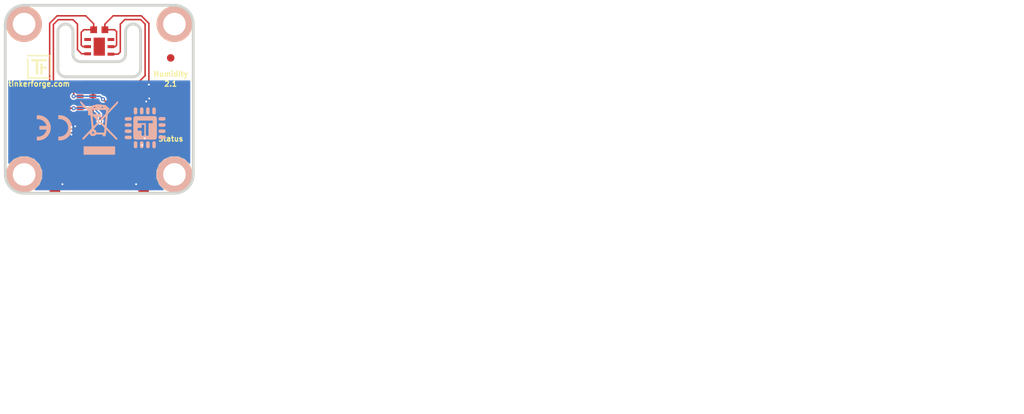
<source format=kicad_pcb>
(kicad_pcb (version 20171130) (host pcbnew 5.0.2-bee76a0~70~ubuntu18.10.1)
  (title_block (title "Humidity Bricklet") (date 2017-05-08) (rev 2.0) (company "Tinkerforge GmbH") (comment 1 "Licensed under CERN OHL v.1.1") (comment 2 "Copyright (©) 2017, B.Nordmeyer <bastian@tinkerforge.com>"))
  (layers (0 F.Cu signal) (31 B.Cu signal) (34 B.Paste user) (35 F.Paste user) (36 B.SilkS user) (37 F.SilkS user) (38 B.Mask user) (39 F.Mask user) (44 Edge.Cuts user))
  (net 0 "")
  (net 1 GND)
  (net 2 VCC)
  (net 3 "Net-(D101-Pad2)")
  (net 4 "Net-(P101-Pad4)")
  (net 5 "Net-(P101-Pad5)")
  (net 6 "Net-(P101-Pad6)")
  (net 7 "Net-(C102-Pad2)")
  (net 8 "Net-(R101-Pad1)")
  (net 9 SDA)
  (net 10 SCL)
  (net 11 S-MISO)
  (net 12 S-CS)
  (net 13 S-CLK)
  (net 14 S-MOSI)
  (net 15 "Net-(P102-Pad1)")
  (net 16 "Net-(P103-Pad2)")
  (net 17 +5V)
  (net 18 "Net-(RP102-Pad6)")
  (net 19 "Net-(RP102-Pad8)")
  (net 20 "Net-(U101-Pad2)")
  (net 21 "Net-(U101-Pad3)")
  (net 22 "Net-(U101-Pad5)")
  (net 23 "Net-(U101-Pad6)")
  (net 24 "Net-(U101-Pad8)")
  (net 25 "Net-(U101-Pad11)")
  (net 26 "Net-(U101-Pad12)")
  (net 27 "Net-(U101-Pad13)")
  (net 28 "Net-(U101-Pad14)")
  (net 29 "Net-(U101-Pad16)")
  (net 30 "Net-(U101-Pad18)")
  (net 31 "Net-(U101-Pad20)")
  (net 32 "Net-(U101-Pad21)")
  (net 33 "Net-(U102-Pad3)")
  (net 34 "Net-(U102-Pad4)")
  (module kicad-libraries:D0603F (layer F.Cu) (at 162.1 120 180)
    (fp_text reference D101)
    (fp_text value blue)
    (pad 1 smd rect (at -0.75 0 180) (size 0.9 0.9) (layers F.Cu F.Paste F.Mask) (net 2 VCC))
    (pad 2 smd rect (at 0.75 0 180) (size 0.9 0.9) (layers F.Cu F.Paste F.Mask) (net 3 "Net-(D101-Pad2)"))
  )
  (module kicad-libraries:Logo_31x31 (layer F.Cu) (at 143 110.1)
    (fp_text reference G*** hide)
    (fp_text value Logo_31x31 hide)
  )
  (module kicad-libraries:Logo_CoMCU (layer B.Cu) (at 158.7 119.8 180)
    (fp_text reference G*** hide)
    (fp_text value LOGO hide)
  )
  (module kicad-libraries:WEEE_7mm (layer B.Cu) (at 152.6 119.8 180)
    (fp_text reference G*** hide)
    (fp_text value LOGO hide)
  )
  (module kicad-libraries:CE_5mm (layer B.Cu) (at 146.6 119.8 180)
    (fp_text reference VAL hide)
    (fp_text value CE_5mm hide)
  )
  (module kicad-libraries:Fiducial_Mark (layer F.Cu) (at 143.1 120.5 270)
    (fp_text reference Fiducial_Mark hide)
    (fp_text value VAL** hide)
    (pad 1 smd circle (at 0 0 270) (size 1.00076 1.00076) (layers F.Cu F.Paste F.Mask) (clearance 0.65024))
  )
  (module kicad-libraries:Fiducial_Mark (layer F.Cu) (at 162.1 110.5 270)
    (fp_text reference Fiducial_Mark hide)
    (fp_text value VAL** hide)
    (pad 1 smd circle (at 0 0 270) (size 1.00076 1.00076) (layers F.Cu F.Paste F.Mask) (clearance 0.65024))
  )
  (module kicad-libraries:DEBUG_PAD (layer F.Cu) (at 153.5 114.9 180)
    (fp_text reference P102)
    (fp_text value DEBUG)
    (pad 1 smd circle (at 0 0 180) (size 0.7 0.7) (layers F.Cu F.Paste F.Mask) (net 15 "Net-(P102-Pad1)"))
  )
  (module kicad-libraries:SolderJumper (layer F.Cu) (at 158.65 120.15 90)
    (fp_text reference P103)
    (fp_text value BOOT)
    (pad 2 smd rect (at 0.55 0 90) (size 0.3 1.4) (layers F.Cu F.Mask) (net 16 "Net-(P103-Pad2)"))
    (pad 2 smd rect (at 0.15 0 90) (size 0.6 0.5) (layers F.Cu F.Mask) (net 16 "Net-(P103-Pad2)"))
    (pad 1 smd rect (at -0.5 0 90) (size 0.4 1.4) (layers F.Cu F.Mask) (net 1 GND))
    (pad 1 smd rect (at -0.225 0.55 90) (size 0.95 0.3) (layers F.Cu F.Mask) (net 1 GND))
    (pad 1 smd rect (at -0.225 -0.55 90) (size 0.95 0.3) (layers F.Cu F.Mask) (net 1 GND))
  )
  (module kicad-libraries:QFN24-4x4mm-0.5mm (layer F.Cu) (at 155.7 117.5 135)
    (fp_text reference U101)
    (fp_text value XMC1100-16)
    (pad 1 smd oval (at -2.025 -1.25 135) (size 1 0.3) (layers F.Cu F.Paste F.Mask) (net 11 S-MISO))
    (pad 2 smd oval (at -2.025 -0.75 135) (size 1 0.3) (layers F.Cu F.Paste F.Mask) (net 20 "Net-(U101-Pad2)"))
    (pad 3 smd oval (at -2.025 -0.25 135) (size 1 0.3) (layers F.Cu F.Paste F.Mask) (net 21 "Net-(U101-Pad3)"))
    (pad 4 smd oval (at -2.025 0.25 135) (size 1 0.3) (layers F.Cu F.Paste F.Mask) (net 16 "Net-(P103-Pad2)"))
    (pad 5 smd oval (at -2.025 0.75 135) (size 1 0.3) (layers F.Cu F.Paste F.Mask) (net 22 "Net-(U101-Pad5)"))
    (pad 6 smd oval (at -2.025 1.25 135) (size 1 0.3) (layers F.Cu F.Paste F.Mask) (net 23 "Net-(U101-Pad6)"))
    (pad 7 smd oval (at -1.25 2.025 225) (size 1 0.3) (layers F.Cu F.Paste F.Mask) (net 8 "Net-(R101-Pad1)"))
    (pad 8 smd oval (at -0.75 2.025 225) (size 1 0.3) (layers F.Cu F.Paste F.Mask) (net 24 "Net-(U101-Pad8)"))
    (pad 9 smd oval (at -0.25 2.025 225) (size 1 0.3) (layers F.Cu F.Paste F.Mask) (net 1 GND))
    (pad 10 smd oval (at 0.25 2.025 225) (size 1 0.3) (layers F.Cu F.Paste F.Mask) (net 2 VCC))
    (pad 11 smd oval (at 0.75 2.025 225) (size 1 0.3) (layers F.Cu F.Paste F.Mask) (net 25 "Net-(U101-Pad11)"))
    (pad 12 smd oval (at 1.25 2.025 225) (size 1 0.3) (layers F.Cu F.Paste F.Mask) (net 26 "Net-(U101-Pad12)"))
    (pad 13 smd oval (at 2.025 1.25 135) (size 1 0.3) (layers F.Cu F.Paste F.Mask) (net 27 "Net-(U101-Pad13)"))
    (pad 14 smd oval (at 2.025 0.75 135) (size 1 0.3) (layers F.Cu F.Paste F.Mask) (net 28 "Net-(U101-Pad14)"))
    (pad 15 smd oval (at 2.025 0.25 135) (size 1 0.3) (layers F.Cu F.Paste F.Mask) (net 15 "Net-(P102-Pad1)"))
    (pad 16 smd oval (at 2.025 -0.25 135) (size 1 0.3) (layers F.Cu F.Paste F.Mask) (net 29 "Net-(U101-Pad16)"))
    (pad 17 smd oval (at 2.025 -0.75 135) (size 1 0.3) (layers F.Cu F.Paste F.Mask) (net 9 SDA))
    (pad 18 smd oval (at 2.025 -1.25 135) (size 1 0.3) (layers F.Cu F.Paste F.Mask) (net 30 "Net-(U101-Pad18)"))
    (pad 19 smd oval (at 1.25 -2.025 225) (size 1 0.3) (layers F.Cu F.Paste F.Mask) (net 10 SCL))
    (pad 20 smd oval (at 0.75 -2.025 225) (size 1 0.3) (layers F.Cu F.Paste F.Mask) (net 31 "Net-(U101-Pad20)"))
    (pad 21 smd oval (at 0.25 -2.025 225) (size 1 0.3) (layers F.Cu F.Paste F.Mask) (net 32 "Net-(U101-Pad21)"))
    (pad 22 smd oval (at -0.25 -2.025 225) (size 1 0.3) (layers F.Cu F.Paste F.Mask) (net 12 S-CS))
    (pad 23 smd oval (at -0.75 -2.025 225) (size 1 0.3) (layers F.Cu F.Paste F.Mask) (net 13 S-CLK))
    (pad 24 smd oval (at -1.25 -2.025 225) (size 1 0.3) (layers F.Cu F.Paste F.Mask) (net 14 S-MOSI))
    (pad EXP smd rect (at 0.65 0.65 135) (size 1.3 1.3) (layers F.Cu F.Paste F.Mask) (net 1 GND))
    (pad EXP smd rect (at 0.65 -0.65 135) (size 1.3 1.3) (layers F.Cu F.Paste F.Mask) (net 1 GND))
    (pad EXP smd rect (at -0.65 0.65 135) (size 1.3 1.3) (layers F.Cu F.Paste F.Mask) (net 1 GND))
    (pad EXP smd rect (at -0.65 -0.65 135) (size 1.3 1.3) (layers F.Cu F.Paste F.Mask) (net 1 GND))
  )
  (module kicad-libraries:DFN6-30x30_humidity (layer F.Cu) (at 152.6 109 270)
    (fp_text reference U102)
    (fp_text value HDC1080)
    (pad 1 smd rect (at 1 -1.55 270) (size 0.4 0.9) (layers F.Cu F.Paste F.Mask) (net 9 SDA))
    (pad 2 smd rect (at 0 -1.55 270) (size 0.4 0.9) (layers F.Cu F.Paste F.Mask) (net 1 GND))
    (pad 3 smd rect (at -0.95 -1.55 270) (size 0.4 0.9) (layers F.Cu F.Paste F.Mask) (net 33 "Net-(U102-Pad3)"))
    (pad 4 smd rect (at -0.95 1.55 270) (size 0.4 0.9) (layers F.Cu F.Paste F.Mask) (net 34 "Net-(U102-Pad4)"))
    (pad 5 smd rect (at 0 1.55 270) (size 0.4 0.9) (layers F.Cu F.Paste F.Mask) (net 2 VCC))
    (pad 6 smd rect (at 0.95 1.55 270) (size 0.4 0.9) (layers F.Cu F.Paste F.Mask) (net 10 SCL))
    (pad EXP smd rect (at 0 0 270) (size 2.4 1.5) (layers F.Cu F.Paste F.Mask))
  )
  (module kicad-libraries:C0805 (layer F.Cu) (at 150.2 121.9)
    (fp_text reference C101)
    (fp_text value 10uF)
    (pad 1 smd rect (at -1.00076 0) (size 1.00076 1.24968) (layers F.Cu F.Paste F.Mask) (net 1 GND) (clearance 0.14986))
    (pad 2 smd rect (at 1.00076 0) (size 1.00076 1.24968) (layers F.Cu F.Paste F.Mask) (net 2 VCC) (clearance 0.14986))
  )
  (module kicad-libraries:C0402F (layer F.Cu) (at 157 122.1 180)
    (fp_text reference C102)
    (fp_text value 220pF)
    (pad 2 smd rect (at 0.5 0 180) (size 0.6 0.7) (layers F.Cu F.Paste F.Mask) (net 7 "Net-(C102-Pad2)"))
    (pad 1 smd rect (at -0.5 0 180) (size 0.6 0.7) (layers F.Cu F.Paste F.Mask) (net 1 GND))
  )
  (module kicad-libraries:C0603F (layer F.Cu) (at 150.4 120.4)
    (fp_text reference C103)
    (fp_text value 1uF)
    (pad 1 smd rect (at -0.75 0) (size 0.9 0.9) (layers F.Cu F.Paste F.Mask) (net 1 GND))
    (pad 2 smd rect (at 0.75 0) (size 0.9 0.9) (layers F.Cu F.Paste F.Mask) (net 2 VCC))
  )
  (module kicad-libraries:C0603F (layer F.Cu) (at 158.1 115.1 315)
    (fp_text reference C104)
    (fp_text value 100nF)
    (pad 1 smd rect (at -0.75 0 315) (size 0.9 0.9) (layers F.Cu F.Paste F.Mask) (net 2 VCC))
    (pad 2 smd rect (at 0.75 0 315) (size 0.9 0.9) (layers F.Cu F.Paste F.Mask) (net 1 GND))
  )
  (module kicad-libraries:C0603F (layer F.Cu) (at 152.6 106.75)
    (fp_text reference C105)
    (fp_text value 100nF)
    (pad 1 smd rect (at -0.75 0) (size 0.9 0.9) (layers F.Cu F.Paste F.Mask) (net 2 VCC))
    (pad 2 smd rect (at 0.75 0) (size 0.9 0.9) (layers F.Cu F.Paste F.Mask) (net 1 GND))
  )
  (module kicad-libraries:CON-SENSOR2 (layer F.Cu) (at 152.6 128.5)
    (fp_text reference P101)
    (fp_text value CON-SENSOR2)
    (pad 1 smd rect (at -3.75 -4.6) (size 0.6 1.8) (layers F.Cu F.Paste F.Mask) (net 17 +5V))
    (pad 2 smd rect (at -2.5 -4.6) (size 0.6 1.8) (layers F.Cu F.Paste F.Mask) (net 1 GND))
    (pad EP smd rect (at -5.9 -1.2) (size 1.4 2.4) (layers F.Cu F.Paste F.Mask) (net 1 GND))
    (pad EP smd rect (at 5.9 -1.2) (size 1.4 2.4) (layers F.Cu F.Paste F.Mask) (net 1 GND))
    (pad 3 smd rect (at -1.25 -4.6) (size 0.6 1.8) (layers F.Cu F.Paste F.Mask) (net 2 VCC))
    (pad 4 smd rect (at 0 -4.6) (size 0.6 1.8) (layers F.Cu F.Paste F.Mask) (net 4 "Net-(P101-Pad4)"))
    (pad 5 smd rect (at 1.25 -4.6) (size 0.6 1.8) (layers F.Cu F.Paste F.Mask) (net 5 "Net-(P101-Pad5)"))
    (pad 6 smd rect (at 2.5 -4.6) (size 0.6 1.8) (layers F.Cu F.Paste F.Mask) (net 6 "Net-(P101-Pad6)"))
    (pad 7 smd rect (at 3.75 -4.6) (size 0.6 1.8) (layers F.Cu F.Paste F.Mask) (net 7 "Net-(C102-Pad2)"))
  )
  (module kicad-libraries:R0603F (layer F.Cu) (at 162.1 118.5 180)
    (fp_text reference R101)
    (fp_text value 1k)
    (pad 1 smd rect (at -0.75 0 180) (size 0.9 0.9) (layers F.Cu F.Paste F.Mask) (net 8 "Net-(R101-Pad1)"))
    (pad 2 smd rect (at 0.75 0 180) (size 0.9 0.9) (layers F.Cu F.Paste F.Mask) (net 3 "Net-(D101-Pad2)"))
  )
  (module kicad-libraries:4X0402 (layer F.Cu) (at 154.5 121.6)
    (fp_text reference RP101)
    (fp_text value 82)
    (pad 1 smd rect (at -0.7493 0.575 180) (size 0.29972 0.65) (layers F.Cu F.Paste F.Mask) (net 4 "Net-(P101-Pad4)"))
    (pad 2 smd rect (at -0.24892 0.575 180) (size 0.29972 0.65) (layers F.Cu F.Paste F.Mask) (net 5 "Net-(P101-Pad5)"))
    (pad 3 smd rect (at 0.24892 0.575 180) (size 0.29972 0.65) (layers F.Cu F.Paste F.Mask) (net 6 "Net-(P101-Pad6)"))
    (pad 4 smd rect (at 0.7493 0.575 180) (size 0.29972 0.65) (layers F.Cu F.Paste F.Mask) (net 7 "Net-(C102-Pad2)"))
    (pad 5 smd rect (at 0.7493 -0.575) (size 0.29972 0.65) (layers F.Cu F.Paste F.Mask) (net 11 S-MISO))
    (pad 6 smd rect (at 0.24892 -0.575) (size 0.29972 0.65) (layers F.Cu F.Paste F.Mask) (net 14 S-MOSI))
    (pad 7 smd rect (at -0.24892 -0.575) (size 0.29972 0.65) (layers F.Cu F.Paste F.Mask) (net 13 S-CLK))
    (pad 8 smd rect (at -0.7493 -0.575) (size 0.29972 0.65) (layers F.Cu F.Paste F.Mask) (net 12 S-CS))
  )
  (module kicad-libraries:0603X4 (layer F.Cu) (at 150.9 116.8 270)
    (fp_text reference RP102)
    (fp_text value 4k7)
    (pad 1 smd rect (at 1.19888 -0.8509 270) (size 0.44958 0.89916) (layers F.Cu F.Paste F.Mask) (net 2 VCC))
    (pad 2 smd rect (at 0.39878 -0.8509 270) (size 0.44958 0.89916) (layers F.Cu F.Paste F.Mask) (net 2 VCC))
    (pad 3 smd rect (at -0.39878 -0.8509 270) (size 0.44958 0.89916) (layers F.Cu F.Paste F.Mask) (net 2 VCC))
    (pad 4 smd rect (at -1.19888 -0.8509 270) (size 0.44958 0.89916) (layers F.Cu F.Paste F.Mask) (net 2 VCC))
    (pad 5 smd rect (at -1.19888 0.8509 270) (size 0.44958 0.89916) (layers F.Cu F.Paste F.Mask) (net 9 SDA))
    (pad 6 smd rect (at -0.39878 0.8509 270) (size 0.44958 0.89916) (layers F.Cu F.Paste F.Mask) (net 18 "Net-(RP102-Pad6)"))
    (pad 7 smd rect (at 0.39878 0.8509 270) (size 0.44958 0.89916) (layers F.Cu F.Paste F.Mask) (net 10 SCL))
    (pad 8 smd rect (at 1.19888 0.8509 270) (size 0.44958 0.89916) (layers F.Cu F.Paste F.Mask) (net 19 "Net-(RP102-Pad8)"))
  )
  (module kicad-libraries:DRILL_NP (layer F.Cu) (at 162.6 126 270)
    (fp_text reference U103 hide)
    (fp_text value DRILL hide)
    (pad "" np_thru_hole circle (at 0 0 270) (size 2.99974 2.99974) (drill 2.99974) (layers *.Cu *.Mask F.SilkS) (clearance 0.89916))
  )
  (module kicad-libraries:DRILL_NP (layer F.Cu) (at 142.6 126 270)
    (fp_text reference U104 hide)
    (fp_text value DRILL hide)
    (pad "" np_thru_hole circle (at 0 0 270) (size 2.99974 2.99974) (drill 2.99974) (layers *.Cu *.Mask F.SilkS) (clearance 0.89916))
  )
  (module kicad-libraries:DRILL_NP (layer F.Cu) (at 162.6 106 270)
    (fp_text reference U105 hide)
    (fp_text value DRILL hide)
    (pad "" np_thru_hole circle (at 0 0 270) (size 2.99974 2.99974) (drill 2.99974) (layers *.Cu *.Mask F.SilkS) (clearance 0.89916))
  )
  (module kicad-libraries:DRILL_NP (layer F.Cu) (at 142.6 106 270)
    (fp_text reference U106 hide)
    (fp_text value DRILL hide)
    (pad "" np_thru_hole circle (at 0 0 270) (size 2.99974 2.99974) (drill 2.99974) (layers *.Cu *.Mask F.SilkS) (clearance 0.89916))
  )
  (module kicad-libraries:Fiducial_Mark (layer F.Cu) (at 143.1 115.5)
    (fp_text reference Fiducial_Mark hide)
    (fp_text value VAL** hide)
    (pad 1 smd circle (at 0 0) (size 1.00076 1.00076) (layers F.Cu F.Paste F.Mask) (clearance 0.65024))
  )
  (gr_line (start 156.1 110) (end 156.1 107) (layer Edge.Cuts) (width 0.381))
  (gr_line (start 150.1 111) (end 155.1 111) (layer Edge.Cuts) (width 0.381))
  (gr_line (start 149.1 107) (end 149.1 110) (layer Edge.Cuts) (width 0.381))
  (gr_line (start 147.1 112) (end 147.1 107) (layer Edge.Cuts) (width 0.381))
  (gr_line (start 157.1 113) (end 148.1 113) (layer Edge.Cuts) (width 0.381))
  (gr_line (start 158.1 107) (end 158.1 112) (layer Edge.Cuts) (width 0.381))
  (gr_arc (start 150.1 110) (end 149.1 110) (angle -90) (layer Edge.Cuts) (width 0.381))
  (gr_arc (start 155.1 110) (end 155.1 111) (angle -90) (layer Edge.Cuts) (width 0.381))
  (gr_arc (start 157.1 107) (end 157.1 106) (angle -90) (layer Edge.Cuts) (width 0.381))
  (gr_arc (start 157.1 107) (end 158.1 107) (angle -90) (layer Edge.Cuts) (width 0.381))
  (gr_arc (start 157.1 112) (end 157.1 113) (angle -90) (layer Edge.Cuts) (width 0.381))
  (gr_arc (start 148.1 112) (end 147.1 112) (angle -90) (layer Edge.Cuts) (width 0.381))
  (gr_arc (start 148.1 107) (end 149.1 107) (angle -90) (layer Edge.Cuts) (width 0.381))
  (gr_arc (start 148.1 107) (end 148.1 106) (angle -90) (layer Edge.Cuts) (width 0.381))
  (gr_line (start 165.1 106) (end 165.1 126) (layer Edge.Cuts) (width 0.381))
  (gr_line (start 142.6 103.5) (end 162.6 103.5) (layer Edge.Cuts) (width 0.381))
  (gr_line (start 140.1 126) (end 140.1 106) (layer Edge.Cuts) (width 0.381))
  (gr_arc (start 162.6 106) (end 165.1 106) (angle -90) (layer Edge.Cuts) (width 0.381))
  (gr_arc (start 142.6 106) (end 142.6 103.5) (angle -90) (layer Edge.Cuts) (width 0.381))
  (gr_text 2.1 (at 162.1 113.95) (layer F.SilkS) (effects (font (size 0.7 0.7))))
  (gr_text Status (at 162.1 121.25) (layer F.SilkS) (effects (font (size 0.7 0.7))))
  (gr_text Humidity (at 162.1 112.65) (layer F.SilkS) (effects (font (size 0.7 0.7))))
  (gr_text tinkerforge.com (at 144.6 113.95) (layer F.SilkS) (effects (font (size 0.7 0.7))))
  (gr_line (start 142.6 128.5) (end 162.6 128.5) (angle 90) (layer Edge.Cuts) (width 0.381))
  (gr_arc (start 142.6 126) (end 142.6 128.5) (angle 90) (layer Edge.Cuts) (width 0.381))
  (gr_arc (start 162.6 126) (end 165.1 126) (angle 90) (layer Edge.Cuts) (width 0.381))
  (segment (start 158.65 120.65) (end 158.1 120.65) (width 0.25) (layer F.Cu) (net 1))
  (segment (start 158.1 120.65) (end 158.1 120.35) (width 0.25) (layer F.Cu) (net 1))
  (segment (start 158.1 120.35) (end 158.1 120.375) (width 0.25) (layer F.Cu) (net 1))
  (segment (start 158.65 120.65) (end 159.2 120.65) (width 0.25) (layer F.Cu) (net 1))
  (segment (start 159.2 120.65) (end 159.2 120.35) (width 0.25) (layer F.Cu) (net 1))
  (segment (start 159.2 120.35) (end 159.2 120.375) (width 0.25) (layer F.Cu) (net 1))
  (segment (start 158.65 120.65) (end 158.65 121.2) (width 0.25) (layer F.Cu) (net 1))
  (via (at 158.65 121.2) (size 0.55) (drill 0.25) (layers F.Cu B.Cu) (net 1))
  (segment (start 157.308668 116.244885) (end 156.619239 116.934314) (width 0.25) (layer F.Cu) (net 1))
  (segment (start 156.619239 116.934314) (end 156.619239 117.5) (width 0.25) (layer F.Cu) (net 1))
  (segment (start 156.619239 117.5) (end 155.7 116.580761) (width 0.25) (layer F.Cu) (net 1))
  (segment (start 154.780761 117.5) (end 155.7 116.580761) (width 0.25) (layer F.Cu) (net 1))
  (segment (start 155.7 118.419239) (end 156.619239 117.5) (width 0.25) (layer F.Cu) (net 1))
  (segment (start 157.65 122.1) (end 158.3 122.1) (width 0.5) (layer F.Cu) (net 1))
  (via (at 158.3 122.1) (size 0.55) (drill 0.25) (layers F.Cu B.Cu) (net 1))
  (segment (start 158.5 127.3) (end 157.5 127.3) (width 0.5) (layer F.Cu) (net 1))
  (via (at 157.5 127.3) (size 0.55) (drill 0.25) (layers F.Cu B.Cu) (net 1))
  (segment (start 146.7 127.3) (end 147.7 127.3) (width 0.5) (layer F.Cu) (net 1))
  (via (at 147.7 127.3) (size 0.55) (drill 0.25) (layers F.Cu B.Cu) (net 1))
  (segment (start 149.19924 121.9) (end 149.19924 121.30076) (width 0.5) (layer F.Cu) (net 1))
  (segment (start 149.19924 121.30076) (end 149.65 120.85) (width 0.5) (layer F.Cu) (net 1))
  (segment (start 149.65 120.85) (end 149.65 120.4) (width 0.5) (layer F.Cu) (net 1))
  (segment (start 150.1 123.9) (end 150.1 123.3) (width 0.5) (layer F.Cu) (net 1))
  (segment (start 150.1 123.3) (end 149.19924 122.39924) (width 0.5) (layer F.Cu) (net 1))
  (segment (start 149.19924 122.39924) (end 149.19924 121.9) (width 0.5) (layer F.Cu) (net 1))
  (segment (start 149.65 120.4) (end 149.65 119.85) (width 0.5) (layer F.Cu) (net 1))
  (via (at 149.4 119.6) (size 0.55) (drill 0.25) (layers F.Cu B.Cu) (net 1))
  (segment (start 149.65 119.85) (end 149.4 119.6) (width 0.5) (layer F.Cu) (net 1))
  (segment (start 149.65 120.4) (end 149.65 120.35) (width 0.5) (layer F.Cu) (net 1))
  (segment (start 149.65 120.35) (end 149 119.7) (width 0.5) (layer F.Cu) (net 1))
  (via (at 148.9 119.7) (size 0.55) (drill 0.25) (layers F.Cu B.Cu) (net 1))
  (segment (start 149 119.7) (end 148.9 119.7) (width 0.5) (layer F.Cu) (net 1))
  (segment (start 149.65 120.4) (end 149.1 120.4) (width 0.5) (layer F.Cu) (net 1))
  (via (at 148.9 120.2) (size 0.55) (drill 0.25) (layers F.Cu B.Cu) (net 1))
  (segment (start 149.1 120.4) (end 148.9 120.2) (width 0.5) (layer F.Cu) (net 1))
  (segment (start 149.65 120.4) (end 149.2 120.4) (width 0.5) (layer F.Cu) (net 1))
  (segment (start 149.2 120.4) (end 148.9 120.7) (width 0.5) (layer F.Cu) (net 1))
  (via (at 148.9 120.7) (size 0.55) (drill 0.25) (layers F.Cu B.Cu) (net 1))
  (segment (start 157.308668 116.244885) (end 157.753553 115.8) (width 0.25) (layer F.Cu) (net 1))
  (segment (start 157.753553 115.8) (end 158.46066 115.8) (width 0.25) (layer F.Cu) (net 1))
  (segment (start 158.46066 115.8) (end 158.63033 115.63033) (width 0.25) (layer F.Cu) (net 1))
  (segment (start 154.9 108.8) (end 154.7 109) (width 0.2) (layer F.Cu) (net 1))
  (segment (start 154.9 107) (end 154.9 108.8) (width 0.2) (layer F.Cu) (net 1))
  (segment (start 154.7 109) (end 154.15 109) (width 0.2) (layer F.Cu) (net 1))
  (segment (start 153.35 106.75) (end 154.65 106.75) (width 0.2) (layer F.Cu) (net 1))
  (segment (start 154.65 106.75) (end 154.9 107) (width 0.2) (layer F.Cu) (net 1))
  (via (at 159.2 114.05) (size 0.55) (drill 0.25) (layers F.Cu B.Cu) (net 1))
  (segment (start 159.2 105.9) (end 159.2 113.661092) (width 0.2) (layer F.Cu) (net 1))
  (segment (start 158.2 104.9) (end 159.2 105.9) (width 0.2) (layer F.Cu) (net 1))
  (segment (start 154.45 104.9) (end 158.2 104.9) (width 0.2) (layer F.Cu) (net 1))
  (segment (start 159.2 113.661092) (end 159.2 114.05) (width 0.2) (layer F.Cu) (net 1))
  (segment (start 153.35 106.75) (end 153.35 106) (width 0.2) (layer F.Cu) (net 1))
  (segment (start 153.35 106) (end 154.45 104.9) (width 0.2) (layer F.Cu) (net 1))
  (via (at 158.85 116.3) (size 0.55) (drill 0.25) (layers F.Cu B.Cu) (net 1))
  (segment (start 159.019238 116.130762) (end 158.85 116.3) (width 0.5) (layer F.Cu) (net 1))
  (segment (start 159.019238 116.019238) (end 159.019238 116.130762) (width 0.5) (layer F.Cu) (net 1))
  (segment (start 158.63033 115.63033) (end 159.019238 116.019238) (width 0.5) (layer F.Cu) (net 1))
  (via (at 159.250002 115.9) (size 0.55) (drill 0.25) (layers F.Cu B.Cu) (net 1))
  (segment (start 159.130764 116.019238) (end 159.250002 115.9) (width 0.5) (layer F.Cu) (net 1))
  (segment (start 159.019238 116.019238) (end 159.130764 116.019238) (width 0.5) (layer F.Cu) (net 1))
  (segment (start 151.7509 115.60112) (end 151.7509 115.3491) (width 0.25) (layer F.Cu) (net 2))
  (segment (start 157.2 114.2) (end 157.56967 114.56967) (width 0.25) (layer F.Cu) (net 2))
  (segment (start 154.1 114.2) (end 157.2 114.2) (width 0.25) (layer F.Cu) (net 2))
  (segment (start 152.9 114.2) (end 154.1 114.2) (width 0.25) (layer F.Cu) (net 2))
  (segment (start 151.7509 115.3491) (end 152.9 114.2) (width 0.25) (layer F.Cu) (net 2))
  (segment (start 151.7509 116.40122) (end 151.7509 115.60112) (width 0.25) (layer F.Cu) (net 2))
  (segment (start 151.7509 117.19878) (end 151.7509 116.40122) (width 0.25) (layer F.Cu) (net 2))
  (segment (start 151.7509 117.99888) (end 151.7509 117.19878) (width 0.25) (layer F.Cu) (net 2))
  (segment (start 151.15 120.4) (end 151.15 119.65) (width 0.25) (layer F.Cu) (net 2))
  (segment (start 151.7509 119.0491) (end 151.7509 117.99888) (width 0.25) (layer F.Cu) (net 2))
  (segment (start 151.15 119.65) (end 151.7509 119.0491) (width 0.25) (layer F.Cu) (net 2))
  (segment (start 151.15 120.4) (end 151.15 120.05) (width 0.25) (layer F.Cu) (net 2))
  (segment (start 151.20076 121.9) (end 151.20076 120.45076) (width 0.5) (layer F.Cu) (net 2))
  (segment (start 151.20076 120.45076) (end 151.15 120.4) (width 0.5) (layer F.Cu) (net 2))
  (segment (start 151.35 123.9) (end 151.35 122.85) (width 0.5) (layer F.Cu) (net 2))
  (segment (start 151.20076 122.70076) (end 151.20076 121.9) (width 0.5) (layer F.Cu) (net 2))
  (segment (start 151.35 122.85) (end 151.20076 122.70076) (width 0.5) (layer F.Cu) (net 2))
  (segment (start 156.955115 115.891332) (end 157.4 115.446447) (width 0.25) (layer F.Cu) (net 2))
  (segment (start 157.4 115.446447) (end 157.4 114.73934) (width 0.25) (layer F.Cu) (net 2))
  (segment (start 157.4 114.73934) (end 157.56967 114.56967) (width 0.25) (layer F.Cu) (net 2))
  (segment (start 150.55 106.75) (end 151.85 106.75) (width 0.2) (layer F.Cu) (net 2))
  (segment (start 151.05 109) (end 150.4 109) (width 0.2) (layer F.Cu) (net 2))
  (segment (start 150.2 107.1) (end 150.55 106.75) (width 0.2) (layer F.Cu) (net 2))
  (segment (start 150.2 108.8) (end 150.2 107.1) (width 0.2) (layer F.Cu) (net 2))
  (segment (start 150.4 109) (end 150.2 108.8) (width 0.2) (layer F.Cu) (net 2))
  (segment (start 150.3 118.8) (end 151.15 119.65) (width 0.2) (layer F.Cu) (net 2))
  (segment (start 148 118.8) (end 150.3 118.8) (width 0.2) (layer F.Cu) (net 2))
  (segment (start 151.85 105.95) (end 150.8 104.9) (width 0.2) (layer F.Cu) (net 2))
  (segment (start 147 104.9) (end 146 105.9) (width 0.2) (layer F.Cu) (net 2))
  (segment (start 146 105.9) (end 146 116.8) (width 0.2) (layer F.Cu) (net 2))
  (segment (start 151.85 106.75) (end 151.85 105.95) (width 0.2) (layer F.Cu) (net 2))
  (segment (start 150.8 104.9) (end 147 104.9) (width 0.2) (layer F.Cu) (net 2))
  (segment (start 146 116.8) (end 148 118.8) (width 0.2) (layer F.Cu) (net 2))
  (segment (start 158.91967 114.56967) (end 160.7 116.35) (width 0.2) (layer F.Cu) (net 2))
  (segment (start 163.5 120) (end 162.85 120) (width 0.2) (layer F.Cu) (net 2))
  (segment (start 157.56967 114.56967) (end 158.91967 114.56967) (width 0.2) (layer F.Cu) (net 2))
  (segment (start 162.55 116.35) (end 163.9 117.7) (width 0.2) (layer F.Cu) (net 2))
  (segment (start 160.7 116.35) (end 162.55 116.35) (width 0.2) (layer F.Cu) (net 2))
  (segment (start 163.9 117.7) (end 163.9 119.6) (width 0.2) (layer F.Cu) (net 2))
  (segment (start 163.9 119.6) (end 163.5 120) (width 0.2) (layer F.Cu) (net 2))
  (segment (start 161.35 118.5) (end 161.35 120) (width 0.2) (layer F.Cu) (net 3))
  (segment (start 153.7507 122.175) (end 153.7507 122.3493) (width 0.25) (layer F.Cu) (net 4))
  (segment (start 153.7507 122.3493) (end 153.5 122.6) (width 0.25) (layer F.Cu) (net 4))
  (segment (start 153.5 122.6) (end 153.1 122.6) (width 0.25) (layer F.Cu) (net 4))
  (segment (start 153.1 122.6) (end 152.6 123.1) (width 0.25) (layer F.Cu) (net 4))
  (segment (start 152.6 123.1) (end 152.6 123.9) (width 0.25) (layer F.Cu) (net 4))
  (segment (start 154.25108 122.175) (end 154.25108 122.64892) (width 0.25) (layer F.Cu) (net 5))
  (segment (start 154.25108 122.64892) (end 153.85 123.05) (width 0.25) (layer F.Cu) (net 5))
  (segment (start 153.85 123.05) (end 153.85 123.9) (width 0.25) (layer F.Cu) (net 5))
  (segment (start 154.74892 122.175) (end 154.74892 122.64892) (width 0.25) (layer F.Cu) (net 6))
  (segment (start 154.74892 122.64892) (end 155.1 123) (width 0.25) (layer F.Cu) (net 6))
  (segment (start 155.1 123) (end 155.1 123.9) (width 0.25) (layer F.Cu) (net 6))
  (segment (start 156.35 123.9) (end 156.35 122.1) (width 0.25) (layer F.Cu) (net 7))
  (segment (start 155.2493 122.175) (end 155.3243 122.1) (width 0.25) (layer F.Cu) (net 7))
  (segment (start 155.3243 122.1) (end 156.35 122.1) (width 0.25) (layer F.Cu) (net 7))
  (segment (start 158.327907 116.951992) (end 158.015775 116.951992) (width 0.2) (layer F.Cu) (net 8))
  (segment (start 162.85 117.85) (end 161.951992 116.951992) (width 0.2) (layer F.Cu) (net 8))
  (segment (start 162.85 118.5) (end 162.85 117.85) (width 0.2) (layer F.Cu) (net 8))
  (segment (start 161.951992 116.951992) (end 158.327907 116.951992) (width 0.2) (layer F.Cu) (net 8))
  (segment (start 153.13934 116) (end 153.1 116) (width 0.2) (layer F.Cu) (net 9))
  (via (at 153.1 116) (size 0.55) (drill 0.25) (layers F.Cu B.Cu) (net 9))
  (segment (start 153.13934 116) (end 153.737779 116.598439) (width 0.2) (layer F.Cu) (net 9))
  (segment (start 152.7 115.6) (end 149.588908 115.6) (width 0.2) (layer B.Cu) (net 9))
  (segment (start 153.1 116) (end 152.7 115.6) (width 0.2) (layer B.Cu) (net 9))
  (segment (start 150.0491 115.60112) (end 149.20112 115.60112) (width 0.2) (layer F.Cu) (net 9))
  (segment (start 149.588908 115.6) (end 149.2 115.6) (width 0.2) (layer B.Cu) (net 9))
  (via (at 149.2 115.6) (size 0.55) (drill 0.25) (layers F.Cu B.Cu) (net 9))
  (segment (start 149.20112 115.60112) (end 149.2 115.6) (width 0.2) (layer F.Cu) (net 9))
  (segment (start 155.1 110) (end 154.15 110) (width 0.2) (layer F.Cu) (net 9))
  (segment (start 155.4 106) (end 155.4 109.7) (width 0.2) (layer F.Cu) (net 9))
  (segment (start 156 105.4) (end 155.4 106) (width 0.2) (layer F.Cu) (net 9))
  (segment (start 149.2 115.6) (end 149.2 115) (width 0.2) (layer F.Cu) (net 9))
  (segment (start 158.1 105.4) (end 156 105.4) (width 0.2) (layer F.Cu) (net 9))
  (segment (start 158.7 106) (end 158.1 105.4) (width 0.2) (layer F.Cu) (net 9))
  (segment (start 155.4 109.7) (end 155.1 110) (width 0.2) (layer F.Cu) (net 9))
  (segment (start 149.2 115) (end 150.6 113.6) (width 0.2) (layer F.Cu) (net 9))
  (segment (start 150.6 113.6) (end 157.95 113.6) (width 0.2) (layer F.Cu) (net 9))
  (segment (start 158.7 112.85) (end 158.7 106) (width 0.2) (layer F.Cu) (net 9))
  (segment (start 157.95 113.6) (end 158.7 112.85) (width 0.2) (layer F.Cu) (net 9))
  (segment (start 152.7 118.732233) (end 152.7 118.9) (width 0.2) (layer F.Cu) (net 10))
  (via (at 152.7 118.9) (size 0.55) (drill 0.25) (layers F.Cu B.Cu) (net 10))
  (segment (start 152.7 118.732233) (end 153.384225 118.048008) (width 0.2) (layer F.Cu) (net 10))
  (via (at 149.2 117.2) (size 0.55) (drill 0.25) (layers F.Cu B.Cu) (net 10))
  (segment (start 150.0491 117.19878) (end 149.20122 117.19878) (width 0.2) (layer F.Cu) (net 10))
  (segment (start 149.20122 117.19878) (end 149.2 117.2) (width 0.2) (layer F.Cu) (net 10))
  (segment (start 151.9 117.2) (end 149.2 117.2) (width 0.2) (layer B.Cu) (net 10))
  (segment (start 152.7 118.9) (end 152.7 118) (width 0.2) (layer B.Cu) (net 10))
  (segment (start 152.7 118) (end 151.9 117.2) (width 0.2) (layer B.Cu) (net 10))
  (segment (start 150.25 109.95) (end 151.05 109.95) (width 0.2) (layer F.Cu) (net 10))
  (segment (start 149.7 106) (end 149.7 109.4) (width 0.2) (layer F.Cu) (net 10))
  (segment (start 149.7 109.4) (end 150.25 109.95) (width 0.2) (layer F.Cu) (net 10))
  (segment (start 147.8 117.2) (end 146.5 115.9) (width 0.2) (layer F.Cu) (net 10))
  (segment (start 146.5 106.05) (end 147.135902 105.414098) (width 0.2) (layer F.Cu) (net 10))
  (segment (start 149.2 117.2) (end 147.8 117.2) (width 0.2) (layer F.Cu) (net 10))
  (segment (start 146.5 115.9) (end 146.5 106.05) (width 0.2) (layer F.Cu) (net 10))
  (segment (start 147.135902 105.414098) (end 149.114098 105.414098) (width 0.2) (layer F.Cu) (net 10))
  (segment (start 149.114098 105.414098) (end 149.7 106) (width 0.2) (layer F.Cu) (net 10))
  (segment (start 156.248008 119.815775) (end 155.2493 120.814483) (width 0.25) (layer F.Cu) (net 11))
  (segment (start 155.2493 120.814483) (end 155.2493 121.025) (width 0.25) (layer F.Cu) (net 11))
  (segment (start 154.444885 119.108668) (end 153.7507 119.802853) (width 0.25) (layer F.Cu) (net 12))
  (segment (start 153.7507 119.802853) (end 153.7507 121.025) (width 0.25) (layer F.Cu) (net 12))
  (segment (start 154.798439 119.462221) (end 154.25108 120.00958) (width 0.25) (layer F.Cu) (net 13))
  (segment (start 154.25108 120.00958) (end 154.25108 121.025) (width 0.25) (layer F.Cu) (net 13))
  (segment (start 155.151992 119.815775) (end 154.74892 120.218847) (width 0.25) (layer F.Cu) (net 14))
  (segment (start 154.74892 120.218847) (end 154.74892 121.025) (width 0.25) (layer F.Cu) (net 14))
  (segment (start 154.444885 115.891332) (end 153.5 114.946447) (width 0.25) (layer F.Cu) (net 15))
  (segment (start 153.5 114.946447) (end 153.5 114.9) (width 0.25) (layer F.Cu) (net 15))
  (segment (start 158.65 120) (end 158.65 119.6) (width 0.25) (layer F.Cu) (net 16))
  (segment (start 157.732931 119.179378) (end 157.308668 118.755115) (width 0.2) (layer F.Cu) (net 16))
  (segment (start 158.203552 119.649999) (end 157.732931 119.179378) (width 0.2) (layer F.Cu) (net 16))
  (segment (start 158.450001 119.649999) (end 158.203552 119.649999) (width 0.2) (layer F.Cu) (net 16))
  (segment (start 158.65 119.849998) (end 158.450001 119.649999) (width 0.2) (layer F.Cu) (net 16))
  (segment (start 158.65 120) (end 158.65 119.849998) (width 0.2) (layer F.Cu) (net 16))
  (zone (net 1) (net_name GND) (layer B.Cu) (connect_pads yes (clearance 0.2)) (min_thickness 0.2) (fill yes (arc_segments 16) (thermal_gap 0.21) (thermal_bridge_width 0.21))
    (polygon (pts (xy 165.1 113.5) (xy 165.1 128.5) (xy 140.1 128.5) (xy 140.1 113.5)))
  )
)
</source>
